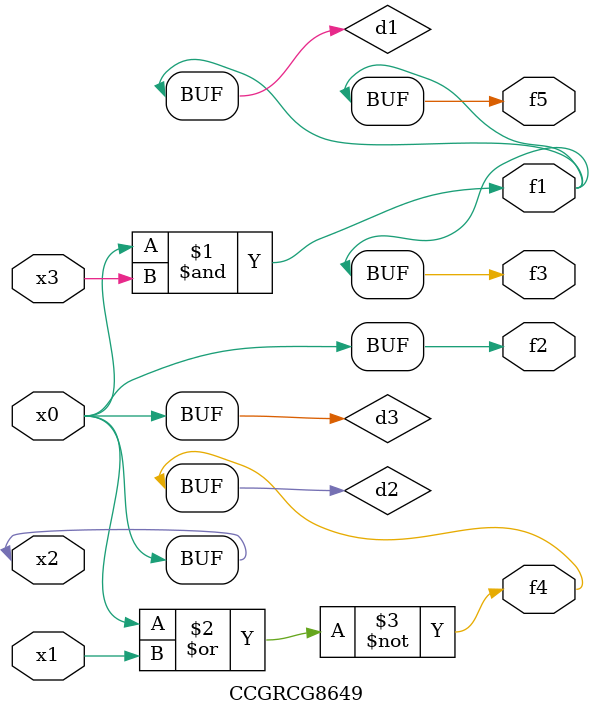
<source format=v>
module CCGRCG8649(
	input x0, x1, x2, x3,
	output f1, f2, f3, f4, f5
);

	wire d1, d2, d3;

	and (d1, x2, x3);
	nor (d2, x0, x1);
	buf (d3, x0, x2);
	assign f1 = d1;
	assign f2 = d3;
	assign f3 = d1;
	assign f4 = d2;
	assign f5 = d1;
endmodule

</source>
